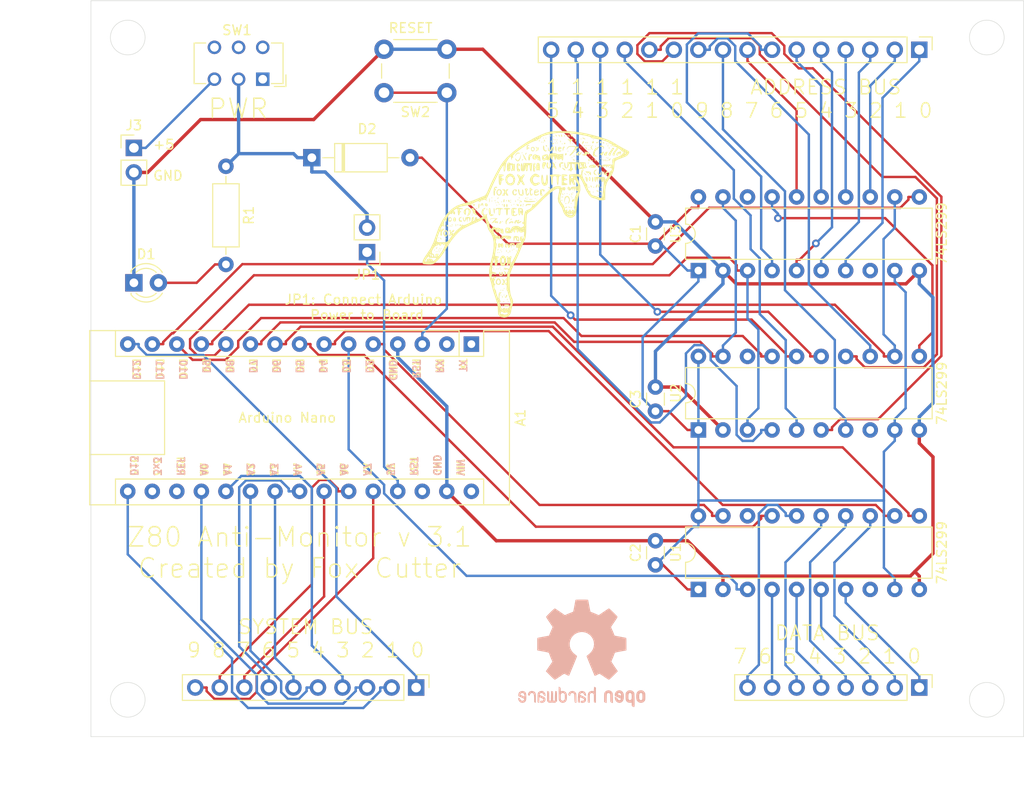
<source format=kicad_pcb>
(kicad_pcb (version 20171130) (host pcbnew "(5.1.5)-3")
  (layers (0 F.Cu signal) (31 B.Cu signal) (34 B.Paste user) (35 F.Paste user) (36 B.SilkS user) (37 F.SilkS user) (38 B.Mask user) (39 F.Mask user) (44 Edge.Cuts user))
  (net 0 "")
  (net 1 "Net-(A1-Pad1)")
  (net 2 "Net-(A1-Pad17)")
  (net 3 "Net-(A1-Pad2)")
  (net 4 "Net-(A1-Pad18)")
  (net 5 "Net-(A1-Pad3)")
  (net 6 "Net-(A1-Pad19)")
  (net 7 GND)
  (net 8 "Net-(A1-Pad20)")
  (net 9 "Net-(A1-Pad5)")
  (net 10 "Net-(A1-Pad21)")
  (net 11 "Net-(A1-Pad22)")
  (net 12 "Net-(A1-Pad7)")
  (net 13 "Net-(A1-Pad23)")
  (net 14 "Net-(A1-Pad8)")
  (net 15 "Net-(A1-Pad24)")
  (net 16 "Net-(A1-Pad9)")
  (net 17 "Net-(A1-Pad25)")
  (net 18 "Net-(A1-Pad10)")
  (net 19 "Net-(A1-Pad26)")
  (net 20 "Net-(A1-Pad11)")
  (net 21 "Net-(A1-Pad27)")
  (net 22 "Net-(A1-Pad12)")
  (net 23 "Net-(A1-Pad28)")
  (net 24 "Net-(A1-Pad13)")
  (net 25 "Net-(A1-Pad14)")
  (net 26 "Net-(A1-Pad30)")
  (net 27 "Net-(A1-Pad15)")
  (net 28 "Net-(A1-Pad16)")
  (net 29 +5V)
  (net 30 "Net-(D1-Pad2)")
  (net 31 "Net-(J1-Pad8)")
  (net 32 "Net-(J1-Pad7)")
  (net 33 "Net-(J1-Pad6)")
  (net 34 "Net-(J1-Pad5)")
  (net 35 "Net-(J1-Pad4)")
  (net 36 "Net-(J1-Pad3)")
  (net 37 "Net-(J1-Pad2)")
  (net 38 "Net-(J1-Pad1)")
  (net 39 "Net-(J2-Pad16)")
  (net 40 "Net-(J2-Pad15)")
  (net 41 "Net-(J2-Pad14)")
  (net 42 "Net-(J2-Pad13)")
  (net 43 "Net-(J2-Pad12)")
  (net 44 "Net-(J2-Pad11)")
  (net 45 "Net-(J2-Pad10)")
  (net 46 "Net-(J2-Pad9)")
  (net 47 "Net-(J2-Pad8)")
  (net 48 "Net-(J2-Pad7)")
  (net 49 "Net-(J2-Pad6)")
  (net 50 "Net-(J2-Pad5)")
  (net 51 "Net-(J2-Pad4)")
  (net 52 "Net-(J2-Pad3)")
  (net 53 "Net-(J2-Pad2)")
  (net 54 "Net-(J2-Pad1)")
  (net 55 "Net-(J3-Pad1)")
  (net 56 "Net-(SW1-Pad1)")
  (net 57 "Net-(U1-Pad18)")
  (net 58 "Net-(U1-Pad8)")
  (net 59 "Net-(U2-Pad18)")
  (net 60 "Net-(U2-Pad8)")
  (net 61 "Net-(U2-Pad11)")
  (net 62 "Net-(U3-Pad18)")
  (net 63 "Net-(U3-Pad8)")
  (net 64 "Net-(A1-Pad6)")
  (net 65 VCC)
  (module "Private_lib:Fox Logo" (layer F.Cu) (at 151.765 88.011)
    (fp_text reference G*** hide)
    (fp_text value LOGO hide)
  )
  (module Symbol:OSHW-Logo2_14.6x12mm_SilkScreen (layer B.Cu) (at 157.48 132.08 180)
    (fp_text reference REF** hide)
    (fp_text value OSHW-Logo2_14.6x12mm_SilkScreen hide)
  )
  (module Diode_THT:D_A-405_P10.16mm_Horizontal (layer F.Cu) (at 129.54 80.772)
    (fp_text reference D2 (at 5.715 -2.97) (layer F.SilkS))
    (fp_text value DIODE)
    (pad 1 thru_hole rect (at 0 0) (size 1.8 1.8) (drill 0.9) (layers *.Cu *.Mask) (net 29 +5V))
    (pad 2 thru_hole oval (at 10.16 0) (size 1.8 1.8) (drill 0.9) (layers *.Cu *.Mask) (net 65 VCC))
  )
  (module Resistor_THT:R_Axial_DIN0207_L6.3mm_D2.5mm_P10.16mm_Horizontal (layer F.Cu) (at 120.65 81.661 270)
    (fp_text reference R1 (at 5.08 -2.37 90) (layer F.SilkS))
    (fp_text value 10k)
    (pad 1 thru_hole circle (at 0 0 270) (size 1.6 1.6) (drill 0.8) (layers *.Cu *.Mask) (net 29 +5V))
    (pad 2 thru_hole oval (at 10.16 0 270) (size 1.6 1.6) (drill 0.8) (layers *.Cu *.Mask) (net 30 "Net-(D1-Pad2)"))
  )
  (module Package_DIP:DIP-20_W7.62mm (layer F.Cu) (at 169.545 125.476 90)
    (fp_text reference U1 (at 3.81 -2.33 90) (layer F.SilkS))
    (fp_text value 74LS299 (at 3.81 25.19 90) (layer F.SilkS))
    (pad 20 thru_hole oval (at 7.62 0 90) (size 1.6 1.6) (drill 0.8) (layers *.Cu *.Mask) (net 65 VCC))
    (pad 10 thru_hole oval (at 0 22.86 90) (size 1.6 1.6) (drill 0.8) (layers *.Cu *.Mask) (net 7 GND))
    (pad 19 thru_hole oval (at 7.62 2.54 90) (size 1.6 1.6) (drill 0.8) (layers *.Cu *.Mask) (net 9 "Net-(A1-Pad5)"))
    (pad 9 thru_hole oval (at 0 20.32 90) (size 1.6 1.6) (drill 0.8) (layers *.Cu *.Mask) (net 65 VCC))
    (pad 18 thru_hole oval (at 7.62 5.08 90) (size 1.6 1.6) (drill 0.8) (layers *.Cu *.Mask) (net 57 "Net-(U1-Pad18)"))
    (pad 8 thru_hole oval (at 0 17.78 90) (size 1.6 1.6) (drill 0.8) (layers *.Cu *.Mask) (net 58 "Net-(U1-Pad8)"))
    (pad 17 thru_hole oval (at 7.62 7.62 90) (size 1.6 1.6) (drill 0.8) (layers *.Cu *.Mask) (net 14 "Net-(A1-Pad8)"))
    (pad 7 thru_hole oval (at 0 15.24 90) (size 1.6 1.6) (drill 0.8) (layers *.Cu *.Mask) (net 38 "Net-(J1-Pad1)"))
    (pad 16 thru_hole oval (at 7.62 10.16 90) (size 1.6 1.6) (drill 0.8) (layers *.Cu *.Mask) (net 31 "Net-(J1-Pad8)"))
    (pad 6 thru_hole oval (at 0 12.7 90) (size 1.6 1.6) (drill 0.8) (layers *.Cu *.Mask) (net 36 "Net-(J1-Pad3)"))
    (pad 15 thru_hole oval (at 7.62 12.7 90) (size 1.6 1.6) (drill 0.8) (layers *.Cu *.Mask) (net 33 "Net-(J1-Pad6)"))
    (pad 5 thru_hole oval (at 0 10.16 90) (size 1.6 1.6) (drill 0.8) (layers *.Cu *.Mask) (net 34 "Net-(J1-Pad5)"))
    (pad 14 thru_hole oval (at 7.62 15.24 90) (size 1.6 1.6) (drill 0.8) (layers *.Cu *.Mask) (net 35 "Net-(J1-Pad4)"))
    (pad 4 thru_hole oval (at 0 7.62 90) (size 1.6 1.6) (drill 0.8) (layers *.Cu *.Mask) (net 32 "Net-(J1-Pad7)"))
    (pad 13 thru_hole oval (at 7.62 17.78 90) (size 1.6 1.6) (drill 0.8) (layers *.Cu *.Mask) (net 37 "Net-(J1-Pad2)"))
    (pad 3 thru_hole oval (at 0 5.08 90) (size 1.6 1.6) (drill 0.8) (layers *.Cu *.Mask) (net 64 "Net-(A1-Pad6)"))
    (pad 12 thru_hole oval (at 7.62 20.32 90) (size 1.6 1.6) (drill 0.8) (layers *.Cu *.Mask) (net 12 "Net-(A1-Pad7)"))
    (pad 2 thru_hole oval (at 0 2.54 90) (size 1.6 1.6) (drill 0.8) (layers *.Cu *.Mask) (net 7 GND))
    (pad 11 thru_hole oval (at 7.62 22.86 90) (size 1.6 1.6) (drill 0.8) (layers *.Cu *.Mask) (net 16 "Net-(A1-Pad9)"))
    (pad 1 thru_hole rect (at 0 0 90) (size 1.6 1.6) (drill 0.8) (layers *.Cu *.Mask) (net 65 VCC))
  )
  (module Package_DIP:DIP-20_W7.62mm (layer F.Cu) (at 169.545 108.966 90)
    (fp_text reference U2 (at 3.81 -2.33 90) (layer F.SilkS))
    (fp_text value 74LS299 (at 3.81 25.19 90) (layer F.SilkS))
    (pad 1 thru_hole rect (at 0 0 90) (size 1.6 1.6) (drill 0.8) (layers *.Cu *.Mask) (net 65 VCC))
    (pad 11 thru_hole oval (at 7.62 22.86 90) (size 1.6 1.6) (drill 0.8) (layers *.Cu *.Mask) (net 61 "Net-(U2-Pad11)"))
    (pad 2 thru_hole oval (at 0 2.54 90) (size 1.6 1.6) (drill 0.8) (layers *.Cu *.Mask) (net 7 GND))
    (pad 12 thru_hole oval (at 7.62 20.32 90) (size 1.6 1.6) (drill 0.8) (layers *.Cu *.Mask) (net 22 "Net-(A1-Pad12)"))
    (pad 3 thru_hole oval (at 0 5.08 90) (size 1.6 1.6) (drill 0.8) (layers *.Cu *.Mask) (net 20 "Net-(A1-Pad11)"))
    (pad 13 thru_hole oval (at 7.62 17.78 90) (size 1.6 1.6) (drill 0.8) (layers *.Cu *.Mask) (net 45 "Net-(J2-Pad10)"))
    (pad 4 thru_hole oval (at 0 7.62 90) (size 1.6 1.6) (drill 0.8) (layers *.Cu *.Mask) (net 40 "Net-(J2-Pad15)"))
    (pad 14 thru_hole oval (at 7.62 15.24 90) (size 1.6 1.6) (drill 0.8) (layers *.Cu *.Mask) (net 43 "Net-(J2-Pad12)"))
    (pad 5 thru_hole oval (at 0 10.16 90) (size 1.6 1.6) (drill 0.8) (layers *.Cu *.Mask) (net 42 "Net-(J2-Pad13)"))
    (pad 15 thru_hole oval (at 7.62 12.7 90) (size 1.6 1.6) (drill 0.8) (layers *.Cu *.Mask) (net 41 "Net-(J2-Pad14)"))
    (pad 6 thru_hole oval (at 0 12.7 90) (size 1.6 1.6) (drill 0.8) (layers *.Cu *.Mask) (net 44 "Net-(J2-Pad11)"))
    (pad 16 thru_hole oval (at 7.62 10.16 90) (size 1.6 1.6) (drill 0.8) (layers *.Cu *.Mask) (net 39 "Net-(J2-Pad16)"))
    (pad 7 thru_hole oval (at 0 15.24 90) (size 1.6 1.6) (drill 0.8) (layers *.Cu *.Mask) (net 46 "Net-(J2-Pad9)"))
    (pad 17 thru_hole oval (at 7.62 7.62 90) (size 1.6 1.6) (drill 0.8) (layers *.Cu *.Mask) (net 24 "Net-(A1-Pad13)"))
    (pad 8 thru_hole oval (at 0 17.78 90) (size 1.6 1.6) (drill 0.8) (layers *.Cu *.Mask) (net 60 "Net-(U2-Pad8)"))
    (pad 18 thru_hole oval (at 7.62 5.08 90) (size 1.6 1.6) (drill 0.8) (layers *.Cu *.Mask) (net 59 "Net-(U2-Pad18)"))
    (pad 9 thru_hole oval (at 0 20.32 90) (size 1.6 1.6) (drill 0.8) (layers *.Cu *.Mask) (net 65 VCC))
    (pad 19 thru_hole oval (at 7.62 2.54 90) (size 1.6 1.6) (drill 0.8) (layers *.Cu *.Mask) (net 18 "Net-(A1-Pad10)"))
    (pad 10 thru_hole oval (at 0 22.86 90) (size 1.6 1.6) (drill 0.8) (layers *.Cu *.Mask) (net 7 GND))
    (pad 20 thru_hole oval (at 7.62 0 90) (size 1.6 1.6) (drill 0.8) (layers *.Cu *.Mask) (net 65 VCC))
  )
  (module Package_DIP:DIP-20_W7.62mm (layer F.Cu) (at 169.545 92.456 90)
    (fp_text reference U3 (at 3.81 -2.33 90) (layer F.SilkS))
    (fp_text value 74LS299 (at 3.81 25.19 90) (layer F.SilkS))
    (pad 1 thru_hole rect (at 0 0 90) (size 1.6 1.6) (drill 0.8) (layers *.Cu *.Mask) (net 65 VCC))
    (pad 11 thru_hole oval (at 7.62 22.86 90) (size 1.6 1.6) (drill 0.8) (layers *.Cu *.Mask) (net 25 "Net-(A1-Pad14)"))
    (pad 2 thru_hole oval (at 0 2.54 90) (size 1.6 1.6) (drill 0.8) (layers *.Cu *.Mask) (net 7 GND))
    (pad 12 thru_hole oval (at 7.62 20.32 90) (size 1.6 1.6) (drill 0.8) (layers *.Cu *.Mask) (net 22 "Net-(A1-Pad12)"))
    (pad 3 thru_hole oval (at 0 5.08 90) (size 1.6 1.6) (drill 0.8) (layers *.Cu *.Mask) (net 20 "Net-(A1-Pad11)"))
    (pad 13 thru_hole oval (at 7.62 17.78 90) (size 1.6 1.6) (drill 0.8) (layers *.Cu *.Mask) (net 53 "Net-(J2-Pad2)"))
    (pad 4 thru_hole oval (at 0 7.62 90) (size 1.6 1.6) (drill 0.8) (layers *.Cu *.Mask) (net 48 "Net-(J2-Pad7)"))
    (pad 14 thru_hole oval (at 7.62 15.24 90) (size 1.6 1.6) (drill 0.8) (layers *.Cu *.Mask) (net 51 "Net-(J2-Pad4)"))
    (pad 5 thru_hole oval (at 0 10.16 90) (size 1.6 1.6) (drill 0.8) (layers *.Cu *.Mask) (net 50 "Net-(J2-Pad5)"))
    (pad 15 thru_hole oval (at 7.62 12.7 90) (size 1.6 1.6) (drill 0.8) (layers *.Cu *.Mask) (net 49 "Net-(J2-Pad6)"))
    (pad 6 thru_hole oval (at 0 12.7 90) (size 1.6 1.6) (drill 0.8) (layers *.Cu *.Mask) (net 52 "Net-(J2-Pad3)"))
    (pad 16 thru_hole oval (at 7.62 10.16 90) (size 1.6 1.6) (drill 0.8) (layers *.Cu *.Mask) (net 47 "Net-(J2-Pad8)"))
    (pad 7 thru_hole oval (at 0 15.24 90) (size 1.6 1.6) (drill 0.8) (layers *.Cu *.Mask) (net 54 "Net-(J2-Pad1)"))
    (pad 17 thru_hole oval (at 7.62 7.62 90) (size 1.6 1.6) (drill 0.8) (layers *.Cu *.Mask) (net 61 "Net-(U2-Pad11)"))
    (pad 8 thru_hole oval (at 0 17.78 90) (size 1.6 1.6) (drill 0.8) (layers *.Cu *.Mask) (net 63 "Net-(U3-Pad8)"))
    (pad 18 thru_hole oval (at 7.62 5.08 90) (size 1.6 1.6) (drill 0.8) (layers *.Cu *.Mask) (net 62 "Net-(U3-Pad18)"))
    (pad 9 thru_hole oval (at 0 20.32 90) (size 1.6 1.6) (drill 0.8) (layers *.Cu *.Mask) (net 65 VCC))
    (pad 19 thru_hole oval (at 7.62 2.54 90) (size 1.6 1.6) (drill 0.8) (layers *.Cu *.Mask) (net 18 "Net-(A1-Pad10)"))
    (pad 10 thru_hole oval (at 0 22.86 90) (size 1.6 1.6) (drill 0.8) (layers *.Cu *.Mask) (net 7 GND))
    (pad 20 thru_hole oval (at 7.62 0 90) (size 1.6 1.6) (drill 0.8) (layers *.Cu *.Mask) (net 65 VCC))
  )
  (module Button_Switch_THT:SW_PUSH_6mm_H5mm (layer F.Cu) (at 143.51 74.041 180)
    (fp_text reference SW2 (at 3.25 -2) (layer F.SilkS))
    (fp_text value RESET (at 3.75 6.7) (layer F.SilkS))
    (pad 2 thru_hole circle (at 0 4.5 270) (size 2 2) (drill 1.1) (layers *.Cu *.Mask) (net 7 GND))
    (pad 1 thru_hole circle (at 0 0 270) (size 2 2) (drill 1.1) (layers *.Cu *.Mask) (net 5 "Net-(A1-Pad3)"))
    (pad 2 thru_hole circle (at 6.5 4.5 270) (size 2 2) (drill 1.1) (layers *.Cu *.Mask) (net 7 GND))
    (pad 1 thru_hole circle (at 6.5 0 270) (size 2 2) (drill 1.1) (layers *.Cu *.Mask) (net 5 "Net-(A1-Pad3)"))
  )
  (module Button_Switch_THT:SW_CuK_JS202011CQN_DPDT_Straight (layer F.Cu) (at 124.46 72.644 180)
    (fp_text reference SW1 (at 2.667 5.08) (layer F.SilkS))
    (fp_text value SW_SPDT)
    (pad 1 thru_hole rect (at 0 0 180) (size 1.4 1.4) (drill 0.9) (layers *.Cu *.Mask) (net 56 "Net-(SW1-Pad1)"))
    (pad 2 thru_hole circle (at 2.5 0 180) (size 1.4 1.4) (drill 0.9) (layers *.Cu *.Mask) (net 29 +5V))
    (pad 3 thru_hole circle (at 5 0 180) (size 1.4 1.4) (drill 0.9) (layers *.Cu *.Mask) (net 55 "Net-(J3-Pad1)"))
    (pad 4 thru_hole circle (at 0 3.3 180) (size 1.4 1.4) (drill 0.9) (layers *.Cu *.Mask))
    (pad 5 thru_hole circle (at 2.5 3.3 180) (size 1.4 1.4) (drill 0.9) (layers *.Cu *.Mask))
    (pad 6 thru_hole circle (at 5 3.3 180) (size 1.4 1.4) (drill 0.9) (layers *.Cu *.Mask))
  )
  (module Connector_PinHeader_2.54mm:PinHeader_1x02_P2.54mm_Vertical (layer F.Cu) (at 135.255 90.551 180)
    (fp_text reference JP1 (at 0 -2.33) (layer F.SilkS))
    (fp_text value "PWR Connection")
    (pad 1 thru_hole rect (at 0 0 180) (size 1.7 1.7) (drill 1) (layers *.Cu *.Mask) (net 21 "Net-(A1-Pad27)"))
    (pad 2 thru_hole oval (at 0 2.54 180) (size 1.7 1.7) (drill 1) (layers *.Cu *.Mask) (net 29 +5V))
  )
  (module Connector_PinHeader_2.54mm:PinHeader_1x10_P2.54mm_Vertical (layer F.Cu) (at 140.335 135.636 270)
    (fp_text reference J4 hide)
    (fp_text value "System Bus")
    (pad 10 thru_hole oval (at 0 22.86 270) (size 1.7 1.7) (drill 1) (layers *.Cu *.Mask) (net 19 "Net-(A1-Pad26)"))
    (pad 9 thru_hole oval (at 0 20.32 270) (size 1.7 1.7) (drill 1) (layers *.Cu *.Mask) (net 17 "Net-(A1-Pad25)"))
    (pad 8 thru_hole oval (at 0 17.78 270) (size 1.7 1.7) (drill 1) (layers *.Cu *.Mask) (net 15 "Net-(A1-Pad24)"))
    (pad 7 thru_hole oval (at 0 15.24 270) (size 1.7 1.7) (drill 1) (layers *.Cu *.Mask) (net 13 "Net-(A1-Pad23)"))
    (pad 6 thru_hole oval (at 0 12.7 270) (size 1.7 1.7) (drill 1) (layers *.Cu *.Mask) (net 11 "Net-(A1-Pad22)"))
    (pad 5 thru_hole oval (at 0 10.16 270) (size 1.7 1.7) (drill 1) (layers *.Cu *.Mask) (net 10 "Net-(A1-Pad21)"))
    (pad 4 thru_hole oval (at 0 7.62 270) (size 1.7 1.7) (drill 1) (layers *.Cu *.Mask) (net 8 "Net-(A1-Pad20)"))
    (pad 3 thru_hole oval (at 0 5.08 270) (size 1.7 1.7) (drill 1) (layers *.Cu *.Mask) (net 6 "Net-(A1-Pad19)"))
    (pad 2 thru_hole oval (at 0 2.54 270) (size 1.7 1.7) (drill 1) (layers *.Cu *.Mask) (net 28 "Net-(A1-Pad16)"))
    (pad 1 thru_hole rect (at 0 0 270) (size 1.7 1.7) (drill 1) (layers *.Cu *.Mask) (net 27 "Net-(A1-Pad15)"))
  )
  (module Connector_PinHeader_2.54mm:PinHeader_1x02_P2.54mm_Vertical (layer F.Cu) (at 111.125 79.756)
    (fp_text reference J3 (at 0 -2.33) (layer F.SilkS))
    (fp_text value PWR)
    (pad 1 thru_hole rect (at 0 0) (size 1.7 1.7) (drill 1) (layers *.Cu *.Mask) (net 55 "Net-(J3-Pad1)"))
    (pad 2 thru_hole oval (at 0 2.54) (size 1.7 1.7) (drill 1) (layers *.Cu *.Mask) (net 7 GND))
  )
  (module Connector_PinHeader_2.54mm:PinHeader_1x16_P2.54mm_Vertical (layer F.Cu) (at 192.405 69.596 270)
    (fp_text reference J2 hide)
    (fp_text value "Address Bus")
    (pad 1 thru_hole rect (at 0 0 270) (size 1.7 1.7) (drill 1) (layers *.Cu *.Mask) (net 54 "Net-(J2-Pad1)"))
    (pad 2 thru_hole oval (at 0 2.54 270) (size 1.7 1.7) (drill 1) (layers *.Cu *.Mask) (net 53 "Net-(J2-Pad2)"))
    (pad 3 thru_hole oval (at 0 5.08 270) (size 1.7 1.7) (drill 1) (layers *.Cu *.Mask) (net 52 "Net-(J2-Pad3)"))
    (pad 4 thru_hole oval (at 0 7.62 270) (size 1.7 1.7) (drill 1) (layers *.Cu *.Mask) (net 51 "Net-(J2-Pad4)"))
    (pad 5 thru_hole oval (at 0 10.16 270) (size 1.7 1.7) (drill 1) (layers *.Cu *.Mask) (net 50 "Net-(J2-Pad5)"))
    (pad 6 thru_hole oval (at 0 12.7 270) (size 1.7 1.7) (drill 1) (layers *.Cu *.Mask) (net 49 "Net-(J2-Pad6)"))
    (pad 7 thru_hole oval (at 0 15.24 270) (size 1.7 1.7) (drill 1) (layers *.Cu *.Mask) (net 48 "Net-(J2-Pad7)"))
    (pad 8 thru_hole oval (at 0 17.78 270) (size 1.7 1.7) (drill 1) (layers *.Cu *.Mask) (net 47 "Net-(J2-Pad8)"))
    (pad 9 thru_hole oval (at 0 20.32 270) (size 1.7 1.7) (drill 1) (layers *.Cu *.Mask) (net 46 "Net-(J2-Pad9)"))
    (pad 10 thru_hole oval (at 0 22.86 270) (size 1.7 1.7) (drill 1) (layers *.Cu *.Mask) (net 45 "Net-(J2-Pad10)"))
    (pad 11 thru_hole oval (at 0 25.4 270) (size 1.7 1.7) (drill 1) (layers *.Cu *.Mask) (net 44 "Net-(J2-Pad11)"))
    (pad 12 thru_hole oval (at 0 27.94 270) (size 1.7 1.7) (drill 1) (layers *.Cu *.Mask) (net 43 "Net-(J2-Pad12)"))
    (pad 13 thru_hole oval (at 0 30.48 270) (size 1.7 1.7) (drill 1) (layers *.Cu *.Mask) (net 42 "Net-(J2-Pad13)"))
    (pad 14 thru_hole oval (at 0 33.02 270) (size 1.7 1.7) (drill 1) (layers *.Cu *.Mask) (net 41 "Net-(J2-Pad14)"))
    (pad 15 thru_hole oval (at 0 35.56 270) (size 1.7 1.7) (drill 1) (layers *.Cu *.Mask) (net 40 "Net-(J2-Pad15)"))
    (pad 16 thru_hole oval (at 0 38.1 270) (size 1.7 1.7) (drill 1) (layers *.Cu *.Mask) (net 39 "Net-(J2-Pad16)"))
  )
  (module Connector_PinHeader_2.54mm:PinHeader_1x08_P2.54mm_Vertical (layer F.Cu) (at 192.405 135.636 270)
    (fp_text reference J1 hide)
    (fp_text value "Data Bus")
    (pad 8 thru_hole oval (at 0 17.78 270) (size 1.7 1.7) (drill 1) (layers *.Cu *.Mask) (net 31 "Net-(J1-Pad8)"))
    (pad 7 thru_hole oval (at 0 15.24 270) (size 1.7 1.7) (drill 1) (layers *.Cu *.Mask) (net 32 "Net-(J1-Pad7)"))
    (pad 6 thru_hole oval (at 0 12.7 270) (size 1.7 1.7) (drill 1) (layers *.Cu *.Mask) (net 33 "Net-(J1-Pad6)"))
    (pad 5 thru_hole oval (at 0 10.16 270) (size 1.7 1.7) (drill 1) (layers *.Cu *.Mask) (net 34 "Net-(J1-Pad5)"))
    (pad 4 thru_hole oval (at 0 7.62 270) (size 1.7 1.7) (drill 1) (layers *.Cu *.Mask) (net 35 "Net-(J1-Pad4)"))
    (pad 3 thru_hole oval (at 0 5.08 270) (size 1.7 1.7) (drill 1) (layers *.Cu *.Mask) (net 36 "Net-(J1-Pad3)"))
    (pad 2 thru_hole oval (at 0 2.54 270) (size 1.7 1.7) (drill 1) (layers *.Cu *.Mask) (net 37 "Net-(J1-Pad2)"))
    (pad 1 thru_hole rect (at 0 0 270) (size 1.7 1.7) (drill 1) (layers *.Cu *.Mask) (net 38 "Net-(J1-Pad1)"))
  )
  (module LED_THT:LED_D3.0mm (layer F.Cu) (at 111.125 93.726)
    (fp_text reference D1 (at 1.27 -2.96) (layer F.SilkS))
    (fp_text value LED)
    (pad 1 thru_hole rect (at 0 0) (size 1.8 1.8) (drill 0.9) (layers *.Cu *.Mask) (net 7 GND))
    (pad 2 thru_hole circle (at 2.54 0) (size 1.8 1.8) (drill 0.9) (layers *.Cu *.Mask) (net 30 "Net-(D1-Pad2)"))
  )
  (module Capacitor_THT:C_Disc_D3.0mm_W1.6mm_P2.50mm (layer F.Cu) (at 165.1 107.021 90)
    (fp_text reference C3 (at 1.25 -2.05 90) (layer F.SilkS))
    (fp_text value C_Small)
    (pad 1 thru_hole circle (at 0 0 90) (size 1.6 1.6) (drill 0.8) (layers *.Cu *.Mask) (net 65 VCC))
    (pad 2 thru_hole circle (at 2.5 0 90) (size 1.6 1.6) (drill 0.8) (layers *.Cu *.Mask) (net 7 GND))
  )
  (module Capacitor_THT:C_Disc_D3.0mm_W1.6mm_P2.50mm (layer F.Cu) (at 165.1 122.936 90)
    (fp_text reference C2 (at 1.25 -2.05 90) (layer F.SilkS))
    (fp_text value C_Small)
    (pad 2 thru_hole circle (at 2.5 0 90) (size 1.6 1.6) (drill 0.8) (layers *.Cu *.Mask) (net 7 GND))
    (pad 1 thru_hole circle (at 0 0 90) (size 1.6 1.6) (drill 0.8) (layers *.Cu *.Mask) (net 65 VCC))
  )
  (module Capacitor_THT:C_Disc_D3.0mm_W1.6mm_P2.50mm (layer F.Cu) (at 165.1 89.916 90)
    (fp_text reference C1 (at 1.25 -2.05 90) (layer F.SilkS))
    (fp_text value C_Small)
    (pad 1 thru_hole circle (at 0 0 90) (size 1.6 1.6) (drill 0.8) (layers *.Cu *.Mask) (net 65 VCC))
    (pad 2 thru_hole circle (at 2.5 0 90) (size 1.6 1.6) (drill 0.8) (layers *.Cu *.Mask) (net 7 GND))
  )
  (module Module:Arduino_Nano (layer F.Cu) (at 146.05 100.076 270)
    (fp_text reference A1 (at 7.62 -5.08 90) (layer F.SilkS))
    (fp_text value Arduino_Nano_v2.x)
    (pad 16 thru_hole oval (at 15.24 35.56 270) (size 1.6 1.6) (drill 0.8) (layers *.Cu *.Mask) (net 28 "Net-(A1-Pad16)"))
    (pad 15 thru_hole oval (at 0 35.56 270) (size 1.6 1.6) (drill 0.8) (layers *.Cu *.Mask) (net 27 "Net-(A1-Pad15)"))
    (pad 30 thru_hole oval (at 15.24 0 270) (size 1.6 1.6) (drill 0.8) (layers *.Cu *.Mask) (net 26 "Net-(A1-Pad30)"))
    (pad 14 thru_hole oval (at 0 33.02 270) (size 1.6 1.6) (drill 0.8) (layers *.Cu *.Mask) (net 25 "Net-(A1-Pad14)"))
    (pad 29 thru_hole oval (at 15.24 2.54 270) (size 1.6 1.6) (drill 0.8) (layers *.Cu *.Mask) (net 7 GND))
    (pad 13 thru_hole oval (at 0 30.48 270) (size 1.6 1.6) (drill 0.8) (layers *.Cu *.Mask) (net 24 "Net-(A1-Pad13)"))
    (pad 28 thru_hole oval (at 15.24 5.08 270) (size 1.6 1.6) (drill 0.8) (layers *.Cu *.Mask) (net 23 "Net-(A1-Pad28)"))
    (pad 12 thru_hole oval (at 0 27.94 270) (size 1.6 1.6) (drill 0.8) (layers *.Cu *.Mask) (net 22 "Net-(A1-Pad12)"))
    (pad 27 thru_hole oval (at 15.24 7.62 270) (size 1.6 1.6) (drill 0.8) (layers *.Cu *.Mask) (net 21 "Net-(A1-Pad27)"))
    (pad 11 thru_hole oval (at 0 25.4 270) (size 1.6 1.6) (drill 0.8) (layers *.Cu *.Mask) (net 20 "Net-(A1-Pad11)"))
    (pad 26 thru_hole oval (at 15.24 10.16 270) (size 1.6 1.6) (drill 0.8) (layers *.Cu *.Mask) (net 19 "Net-(A1-Pad26)"))
    (pad 10 thru_hole oval (at 0 22.86 270) (size 1.6 1.6) (drill 0.8) (layers *.Cu *.Mask) (net 18 "Net-(A1-Pad10)"))
    (pad 25 thru_hole oval (at 15.24 12.7 270) (size 1.6 1.6) (drill 0.8) (layers *.Cu *.Mask) (net 17 "Net-(A1-Pad25)"))
    (pad 9 thru_hole oval (at 0 20.32 270) (size 1.6 1.6) (drill 0.8) (layers *.Cu *.Mask) (net 16 "Net-(A1-Pad9)"))
    (pad 24 thru_hole oval (at 15.24 15.24 270) (size 1.6 1.6) (drill 0.8) (layers *.Cu *.Mask) (net 15 "Net-(A1-Pad24)"))
    (pad 8 thru_hole oval (at 0 17.78 270) (size 1.6 1.6) (drill 0.8) (layers *.Cu *.Mask) (net 14 "Net-(A1-Pad8)"))
    (pad 23 thru_hole oval (at 15.24 17.78 270) (size 1.6 1.6) (drill 0.8) (layers *.Cu *.Mask) (net 13 "Net-(A1-Pad23)"))
    (pad 7 thru_hole oval (at 0 15.24 270) (size 1.6 1.6) (drill 0.8) (layers *.Cu *.Mask) (net 12 "Net-(A1-Pad7)"))
    (pad 22 thru_hole oval (at 15.24 20.32 270) (size 1.6 1.6) (drill 0.8) (layers *.Cu *.Mask) (net 11 "Net-(A1-Pad22)"))
    (pad 6 thru_hole oval (at 0 12.7 270) (size 1.6 1.6) (drill 0.8) (layers *.Cu *.Mask) (net 64 "Net-(A1-Pad6)"))
    (pad 21 thru_hole oval (at 15.24 22.86 270) (size 1.6 1.6) (drill 0.8) (layers *.Cu *.Mask) (net 10 "Net-(A1-Pad21)"))
    (pad 5 thru_hole oval (at 0 10.16 270) (size 1.6 1.6) (drill 0.8) (layers *.Cu *.Mask) (net 9 "Net-(A1-Pad5)"))
    (pad 20 thru_hole oval (at 15.24 25.4 270) (size 1.6 1.6) (drill 0.8) (layers *.Cu *.Mask) (net 8 "Net-(A1-Pad20)"))
    (pad 4 thru_hole oval (at 0 7.62 270) (size 1.6 1.6) (drill 0.8) (layers *.Cu *.Mask) (net 7 GND))
    (pad 19 thru_hole oval (at 15.24 27.94 270) (size 1.6 1.6) (drill 0.8) (layers *.Cu *.Mask) (net 6 "Net-(A1-Pad19)"))
    (pad 3 thru_hole oval (at 0 5.08 270) (size 1.6 1.6) (drill 0.8) (layers *.Cu *.Mask) (net 5 "Net-(A1-Pad3)"))
    (pad 18 thru_hole oval (at 15.24 30.48 270) (size 1.6 1.6) (drill 0.8) (layers *.Cu *.Mask) (net 4 "Net-(A1-Pad18)"))
    (pad 2 thru_hole oval (at 0 2.54 270) (size 1.6 1.6) (drill 0.8) (layers *.Cu *.Mask) (net 3 "Net-(A1-Pad2)"))
    (pad 17 thru_hole oval (at 15.24 33.02 270) (size 1.6 1.6) (drill 0.8) (layers *.Cu *.Mask) (net 2 "Net-(A1-Pad17)"))
    (pad 1 thru_hole rect (at 0 0 270) (size 1.6 1.6) (drill 0.8) (layers *.Cu *.Mask) (net 1 "Net-(A1-Pad1)"))
  )
  (gr_text "VIN\n\nGND\n\nRST\n\n5V\n\nA7\n\nA6\n\nA5\n\nA4\n\nA3\n\nA2\n\nA1\n\nA0\n\nREF\n\n3x3\n\nD13" (at 128.016 113.792 270) (layer B.SilkS) (effects (font (size 0.7493 0.7112)) (justify left mirror)))
  (gr_text "TX\n\nRX\n\nRST\n\nGND\n\nD2\n\nD3\n\nD4\n\nD5\n\nD6\n\nD7\n\nD8\n\nD9\n\nD10\n\nD11\n\nD12" (at 128.27 101.6 270) (layer B.SilkS) (effects (font (size 0.7493 0.7112)) (justify right mirror)))
  (gr_text "VIN\n\nGND\n\nRST\n\n5V\n\nA7\n\nA6\n\nA5\n\nA4\n\nA3\n\nA2\n\nA1\n\nA0\n\nREF\n\n3x3\n\nD13" (at 128.016 113.792 270) (layer F.SilkS) (effects (font (size 0.7493 0.7112)) (justify right)))
  (gr_text "TX\n\nRX\n\nRST\n\nGND\n\nD2\n\nD3\n\nD4\n\nD5\n\nD6\n\nD7\n\nD8\n\nD9\n\nD10\n\nD11\n\nD12" (at 128.27 101.473 270) (layer F.SilkS) (effects (font (size 0.7493 0.7112)) (justify left)))
  (gr_line (start 114.3 111.506) (end 106.553 111.506) (layer F.SilkS) (width 0.12))
  (gr_line (start 114.3 103.886) (end 114.3 111.506) (layer F.SilkS) (width 0.12))
  (gr_line (start 106.553 103.886) (end 114.3 103.886) (layer F.SilkS) (width 0.12))
  (gr_text "Z80 Anti-Monitor v 3.1\nCreated by Fox Cutter" (at 128.27 121.666) (layer F.SilkS) (effects (font (size 2 2))))
  (gr_text "Arduino Nano" (at 127 107.696) (layer F.SilkS) (effects (font (size 1 1))))
  (gr_text PWR (at 121.92 75.692) (layer F.SilkS) (effects (font (size 2 2))))
  (gr_circle (center 199.39 68.326) (end 200.66 69.596) (layer Edge.Cuts) (width 0.05))
  (gr_circle (center 110.49 68.326) (end 111.76 69.596) (layer Edge.Cuts) (width 0.05))
  (gr_circle (center 110.49 136.906) (end 111.76 138.176) (layer Edge.Cuts) (width 0.05))
  (gr_circle (center 199.39 136.906) (end 200.66 138.176) (layer Edge.Cuts) (width 0.05))
  (gr_text "JP1: Connect Arduino \nPower to Board" (at 135.255 96.266) (layer F.SilkS) (effects (font (size 1 1))))
  (gr_text "+5\n\nGND" (at 113.03 81.026) (layer F.SilkS) (effects (font (size 1 1)) (justify left)))
  (gr_text "1 1 1 1 1 1      ADDRESS BUS\n5 4 3 2 1 0 9 8 7 6 5 4 3 2 1 0" (at 153.67 74.676) (layer F.SilkS) (effects (font (size 1.5 1.5)) (justify left)))
  (gr_text "SYSTEM BUS\n9 8 7 6 5 4 3 2 1 0" (at 128.905 130.556) (layer F.SilkS) (effects (font (size 1.5 1.5))))
  (gr_text "DATA BUS\n7 6 5 4 3 2 1 0" (at 182.88 131.191) (layer F.SilkS) (effects (font (size 1.5 1.5))))
  (gr_line (start 106.68 140.716) (end 203.2 140.716) (layer Edge.Cuts) (width 0.05))
  (gr_line (start 106.68 64.516) (end 106.68 140.716) (layer Edge.Cuts) (width 0.05))
  (gr_line (start 203.2 64.516) (end 203.2 140.716) (layer Edge.Cuts) (width 0.05))
  (gr_line (start 106.68 64.516) (end 203.2 64.516) (layer Edge.Cuts) (width 0.05))
  (segment (start 137.01 74.041) (end 143.51 74.041) (width 0.25) (layer F.Cu) (net 5))
  (segment (start 140.97 100.076) (end 140.97 98.9507) (width 0.25) (layer B.Cu) (net 5))
  (segment (start 140.97 98.9507) (end 143.51 96.4107) (width 0.25) (layer B.Cu) (net 5))
  (segment (start 143.51 96.4107) (end 143.51 74.041) (width 0.25) (layer B.Cu) (net 5))
  (segment (start 135.255 135.636) (end 134.0797 135.636) (width 0.25) (layer B.Cu) (net 6))
  (segment (start 118.11 115.316) (end 118.11 116.4413) (width 0.25) (layer B.Cu) (net 6))
  (segment (start 118.11 116.4413) (end 118.11 128.5953) (width 0.25) (layer B.Cu) (net 6))
  (segment (start 118.11 128.5953) (end 123.8518 134.3371) (width 0.25) (layer B.Cu) (net 6))
  (segment (start 123.8518 134.3371) (end 123.8518 136.1278) (width 0.25) (layer B.Cu) (net 6))
  (segment (start 123.8518 136.1278) (end 125.0278 137.3038) (width 0.25) (layer B.Cu) (net 6))
  (segment (start 125.0278 137.3038) (end 132.7792 137.3038) (width 0.25) (layer B.Cu) (net 6))
  (segment (start 132.7792 137.3038) (end 134.0797 136.0033) (width 0.25) (layer B.Cu) (net 6))
  (segment (start 134.0797 136.0033) (end 134.0797 135.636) (width 0.25) (layer B.Cu) (net 6))
  (segment (start 192.405 92.456) (end 191.0284 93.8326) (width 0.35) (layer F.Cu) (net 7))
  (segment (start 191.0284 93.8326) (end 173.4616 93.8326) (width 0.35) (layer F.Cu) (net 7))
  (segment (start 173.4616 93.8326) (end 172.085 92.456) (width 0.35) (layer F.Cu) (net 7))
  (segment (start 192.405 92.456) (end 192.405 93.8313) (width 0.35) (layer B.Cu) (net 7))
  (segment (start 192.405 108.966) (end 192.405 107.5907) (width 0.35) (layer B.Cu) (net 7))
  (segment (start 192.405 107.5907) (end 193.814 106.1817) (width 0.35) (layer B.Cu) (net 7))
  (segment (start 193.814 106.1817) (end 193.814 95.2403) (width 0.35) (layer B.Cu) (net 7))
  (segment (start 193.814 95.2403) (end 192.405 93.8313) (width 0.35) (layer B.Cu) (net 7))
  (segment (start 172.085 92.456) (end 172.085 93.8313) (width 0.35) (layer B.Cu) (net 7))
  (segment (start 172.085 92.456) (end 167.045 87.416) (width 0.35) (layer B.Cu) (net 7))
  (segment (start 167.045 87.416) (end 165.1 87.416) (width 0.35) (layer B.Cu) (net 7))
  (segment (start 165.1 104.521) (end 165.1 100.8163) (width 0.35) (layer B.Cu) (net 7))
  (segment (start 165.1 100.8163) (end 172.085 93.8313) (width 0.35) (layer B.Cu) (net 7))
  (segment (start 191.9367 123.6324) (end 191.4684 124.1007) (width 0.35) (layer F.Cu) (net 7))
  (segment (start 191.4684 124.1007) (end 172.085 124.1007) (width 0.35) (layer F.Cu) (net 7))
  (segment (start 192.405 110.3413) (end 193.8197 111.756) (width 0.35) (layer F.Cu) (net 7))
  (segment (start 193.8197 111.756) (end 193.8197 121.7494) (width 0.35) (layer F.Cu) (net 7))
  (segment (start 193.8197 121.7494) (end 191.9367 123.6324) (width 0.35) (layer F.Cu) (net 7))
  (segment (start 191.9367 123.6324) (end 192.405 124.1007) (width 0.35) (layer F.Cu) (net 7))
  (segment (start 192.405 108.966) (end 192.405 110.3413) (width 0.35) (layer F.Cu) (net 7))
  (segment (start 192.405 125.476) (end 192.405 124.1007) (width 0.35) (layer F.Cu) (net 7))
  (segment (start 165.1 120.436) (end 168.4203 120.436) (width 0.35) (layer F.Cu) (net 7))
  (segment (start 168.4203 120.436) (end 172.085 124.1007) (width 0.35) (layer F.Cu) (net 7))
  (segment (start 137.01 69.541) (end 143.51 69.541) (width 0.35) (layer B.Cu) (net 7))
  (segment (start 165.1 87.416) (end 147.225 69.541) (width 0.35) (layer F.Cu) (net 7))
  (segment (start 147.225 69.541) (end 143.51 69.541) (width 0.35) (layer F.Cu) (net 7))
  (segment (start 172.085 125.476) (end 172.085 124.1007) (width 0.35) (layer F.Cu) (net 7))
  (segment (start 143.51 115.316) (end 148.63 120.436) (width 0.35) (layer F.Cu) (net 7))
  (segment (start 148.63 120.436) (end 165.1 120.436) (width 0.35) (layer F.Cu) (net 7))
  (segment (start 165.1 104.521) (end 167.64 104.521) (width 0.35) (layer F.Cu) (net 7))
  (segment (start 167.64 104.521) (end 172.085 108.966) (width 0.35) (layer F.Cu) (net 7))
  (segment (start 112.5503 82.296) (end 118.0278 76.8185) (width 0.35) (layer F.Cu) (net 7))
  (segment (start 118.0278 76.8185) (end 129.7325 76.8185) (width 0.35) (layer F.Cu) (net 7))
  (segment (start 129.7325 76.8185) (end 137.01 69.541) (width 0.35) (layer F.Cu) (net 7))
  (segment (start 111.125 82.296) (end 112.5503 82.296) (width 0.35) (layer F.Cu) (net 7))
  (segment (start 111.125 93.726) (end 111.125 82.296) (width 0.35) (layer B.Cu) (net 7))
  (segment (start 138.43 100.076) (end 138.43 101.4513) (width 0.35) (layer B.Cu) (net 7))
  (segment (start 138.43 101.4513) (end 143.51 106.5313) (width 0.35) (layer B.Cu) (net 7))
  (segment (start 143.51 106.5313) (end 143.51 115.316) (width 0.35) (layer B.Cu) (net 7))
  (segment (start 132.715 135.636) (end 132.715 134.4607) (width 0.25) (layer B.Cu) (net 8))
  (segment (start 120.65 115.316) (end 122.2425 113.7235) (width 0.25) (layer B.Cu) (net 8))
  (segment (start 122.2425 113.7235) (end 128.3028 113.7235) (width 0.25) (layer B.Cu) (net 8))
  (segment (start 128.3028 113.7235) (end 129.54 114.9607) (width 0.25) (layer B.Cu) (net 8))
  (segment (start 129.54 114.9607) (end 129.54 131.2857) (width 0.25) (layer B.Cu) (net 8))
  (segment (start 129.54 131.2857) (end 132.715 134.4607) (width 0.25) (layer B.Cu) (net 8))
  (segment (start 172.085 117.856) (end 170.9597 117.856) (width 0.25) (layer F.Cu) (net 9))
  (segment (start 135.89 100.076) (end 137.0153 100.076) (width 0.25) (layer F.Cu) (net 9))
  (segment (start 137.0153 100.076) (end 137.0153 100.6386) (width 0.25) (layer F.Cu) (net 9))
  (segment (start 137.0153 100.6386) (end 153.1074 116.7307) (width 0.25) (layer F.Cu) (net 9))
  (segment (start 153.1074 116.7307) (end 170.1158 116.7307) (width 0.25) (layer F.Cu) (net 9))
  (segment (start 170.1158 116.7307) (end 170.9597 117.5746) (width 0.25) (layer F.Cu) (net 9))
  (segment (start 170.9597 117.5746) (end 170.9597 117.856) (width 0.25) (layer F.Cu) (net 9))
  (segment (start 130.175 135.636) (end 128.9997 135.636) (width 0.25) (layer B.Cu) (net 10))
  (segment (start 123.19 115.316) (end 123.19 131.8308) (width 0.25) (layer B.Cu) (net 10))
  (segment (start 123.19 131.8308) (end 126.365 135.0058) (width 0.25) (layer B.Cu) (net 10))
  (segment (start 126.365 135.0058) (end 126.365 136.1133) (width 0.25) (layer B.Cu) (net 10))
  (segment (start 126.365 136.1133) (end 127.063 136.8113) (width 0.25) (layer B.Cu) (net 10))
  (segment (start 127.063 136.8113) (end 128.1918 136.8113) (width 0.25) (layer B.Cu) (net 10))
  (segment (start 128.1918 136.8113) (end 128.9997 136.0034) (width 0.25) (layer B.Cu) (net 10))
  (segment (start 128.9997 136.0034) (end 128.9997 135.636) (width 0.25) (layer B.Cu) (net 10))
  (segment (start 127.635 135.636) (end 127.635 134.4607) (width 0.25) (layer B.Cu) (net 11))
  (segment (start 125.73 115.316) (end 125.73 132.5557) (width 0.25) (layer B.Cu) (net 11))
  (segment (start 125.73 132.5557) (end 127.635 134.4607) (width 0.25) (layer B.Cu) (net 11))
  (segment (start 131.9353 100.076) (end 131.9353 99.7947) (width 0.25) (layer F.Cu) (net 12))
  (segment (start 131.9353 99.7947) (end 133.004 98.726) (width 0.25) (layer F.Cu) (net 12))
  (segment (start 133.004 98.726) (end 154.054 98.726) (width 0.25) (layer F.Cu) (net 12))
  (segment (start 154.054 98.726) (end 172.0587 116.7307) (width 0.25) (layer F.Cu) (net 12))
  (segment (start 172.0587 116.7307) (end 187.8958 116.7307) (width 0.25) (layer F.Cu) (net 12))
  (segment (start 187.8958 116.7307) (end 188.7397 117.5746) (width 0.25) (layer F.Cu) (net 12))
  (segment (start 188.7397 117.5746) (end 188.7397 117.856) (width 0.25) (layer F.Cu) (net 12))
  (segment (start 189.865 117.856) (end 188.7397 117.856) (width 0.25) (layer F.Cu) (net 12))
  (segment (start 130.81 100.076) (end 131.9353 100.076) (width 0.25) (layer F.Cu) (net 12))
  (segment (start 125.095 135.636) (end 125.095 134.4607) (width 0.25) (layer B.Cu) (net 13))
  (segment (start 128.27 115.316) (end 127.1447 115.316) (width 0.25) (layer B.Cu) (net 13))
  (segment (start 127.1447 115.316) (end 127.1447 115.0347) (width 0.25) (layer B.Cu) (net 13))
  (segment (start 127.1447 115.0347) (end 126.2957 114.1857) (width 0.25) (layer B.Cu) (net 13))
  (segment (start 126.2957 114.1857) (end 122.7271 114.1857) (width 0.25) (layer B.Cu) (net 13))
  (segment (start 122.7271 114.1857) (end 122.0209 114.8919) (width 0.25) (layer B.Cu) (net 13))
  (segment (start 122.0209 114.8919) (end 122.0209 131.3866) (width 0.25) (layer B.Cu) (net 13))
  (segment (start 122.0209 131.3866) (end 125.095 134.4607) (width 0.25) (layer B.Cu) (net 13))
  (segment (start 177.165 117.856) (end 176.0397 117.856) (width 0.25) (layer F.Cu) (net 14))
  (segment (start 128.27 100.076) (end 129.3953 100.076) (width 0.25) (layer F.Cu) (net 14))
  (segment (start 129.3953 100.076) (end 129.3953 100.3574) (width 0.25) (layer F.Cu) (net 14))
  (segment (start 129.3953 100.3574) (end 130.2392 101.2013) (width 0.25) (layer F.Cu) (net 14))
  (segment (start 130.2392 101.2013) (end 134.9379 101.2013) (width 0.25) (layer F.Cu) (net 14))
  (segment (start 134.9379 101.2013) (end 152.7179 118.9813) (width 0.25) (layer F.Cu) (net 14))
  (segment (start 152.7179 118.9813) (end 175.1958 118.9813) (width 0.25) (layer F.Cu) (net 14))
  (segment (start 175.1958 118.9813) (end 176.0397 118.1374) (width 0.25) (layer F.Cu) (net 14))
  (segment (start 176.0397 118.1374) (end 176.0397 117.856) (width 0.25) (layer F.Cu) (net 14))
  (segment (start 130.81 115.316) (end 130.81 126.2057) (width 0.25) (layer F.Cu) (net 15))
  (segment (start 130.81 126.2057) (end 122.555 134.4607) (width 0.25) (layer F.Cu) (net 15))
  (segment (start 122.555 135.636) (end 122.555 134.4607) (width 0.25) (layer F.Cu) (net 15))
  (segment (start 126.8553 100.076) (end 126.8553 99.7947) (width 0.25) (layer F.Cu) (net 16))
  (segment (start 126.8553 99.7947) (end 128.3744 98.2756) (width 0.25) (layer F.Cu) (net 16))
  (segment (start 128.3744 98.2756) (end 154.482 98.2756) (width 0.25) (layer F.Cu) (net 16))
  (segment (start 154.482 98.2756) (end 166.9668 110.7604) (width 0.25) (layer F.Cu) (net 16))
  (segment (start 166.9668 110.7604) (end 184.4654 110.7604) (width 0.25) (layer F.Cu) (net 16))
  (segment (start 184.4654 110.7604) (end 191.2797 117.5747) (width 0.25) (layer F.Cu) (net 16))
  (segment (start 191.2797 117.5747) (end 191.2797 117.856) (width 0.25) (layer F.Cu) (net 16))
  (segment (start 192.405 117.856) (end 191.2797 117.856) (width 0.25) (layer F.Cu) (net 16))
  (segment (start 125.73 100.076) (end 126.8553 100.076) (width 0.25) (layer F.Cu) (net 16))
  (segment (start 120.015 135.636) (end 120.015 134.4607) (width 0.25) (layer F.Cu) (net 17))
  (segment (start 133.35 115.316) (end 132.2247 115.316) (width 0.25) (layer F.Cu) (net 17))
  (segment (start 132.2247 115.316) (end 132.2247 115.0347) (width 0.25) (layer F.Cu) (net 17))
  (segment (start 132.2247 115.0347) (end 131.3351 114.1451) (width 0.25) (layer F.Cu) (net 17))
  (segment (start 131.3351 114.1451) (end 130.3285 114.1451) (width 0.25) (layer F.Cu) (net 17))
  (segment (start 130.3285 114.1451) (end 129.54 114.9336) (width 0.25) (layer F.Cu) (net 17))
  (segment (start 129.54 114.9336) (end 129.54 124.9357) (width 0.25) (layer F.Cu) (net 17))
  (segment (start 129.54 124.9357) (end 120.015 134.4607) (width 0.25) (layer F.Cu) (net 17))
  (segment (start 124.3153 100.076) (end 124.3153 99.7947) (width 0.25) (layer F.Cu) (net 18))
  (segment (start 124.3153 99.7947) (end 126.2848 97.8252) (width 0.25) (layer F.Cu) (net 18))
  (segment (start 126.2848 97.8252) (end 154.6685 97.8252) (width 0.25) (layer F.Cu) (net 18))
  (segment (start 154.6685 97.8252) (end 156.6814 99.8381) (width 0.25) (layer F.Cu) (net 18))
  (segment (start 156.6814 99.8381) (end 169.7331 99.8381) (width 0.25) (layer F.Cu) (net 18))
  (segment (start 169.7331 99.8381) (end 170.9597 101.0647) (width 0.25) (layer F.Cu) (net 18))
  (segment (start 170.9597 101.0647) (end 170.9597 101.346) (width 0.25) (layer F.Cu) (net 18))
  (segment (start 172.085 85.9613) (end 173.4112 87.2875) (width 0.25) (layer B.Cu) (net 18))
  (segment (start 173.4112 87.2875) (end 173.4112 98.8945) (width 0.25) (layer B.Cu) (net 18))
  (segment (start 173.4112 98.8945) (end 172.085 100.2207) (width 0.25) (layer B.Cu) (net 18))
  (segment (start 172.085 101.346) (end 170.9597 101.346) (width 0.25) (layer F.Cu) (net 18))
  (segment (start 123.19 100.076) (end 124.3153 100.076) (width 0.25) (layer F.Cu) (net 18))
  (segment (start 172.085 84.836) (end 172.085 85.9613) (width 0.25) (layer B.Cu) (net 18))
  (segment (start 172.085 101.346) (end 172.085 100.2207) (width 0.25) (layer B.Cu) (net 18))
  (segment (start 117.475 135.636) (end 118.6503 135.636) (width 0.25) (layer F.Cu) (net 19))
  (segment (start 135.89 115.316) (end 135.89 122.2453) (width 0.25) (layer F.Cu) (net 19))
  (segment (start 135.89 122.2453) (end 123.825 134.3103) (width 0.25) (layer F.Cu) (net 19))
  (segment (start 123.825 134.3103) (end 123.825 136.0927) (width 0.25) (layer F.Cu) (net 19))
  (segment (start 123.825 136.0927) (end 123.1064 136.8113) (width 0.25) (layer F.Cu) (net 19))
  (segment (start 123.1064 136.8113) (end 119.4582 136.8113) (width 0.25) (layer F.Cu) (net 19))
  (segment (start 119.4582 136.8113) (end 118.6503 136.0034) (width 0.25) (layer F.Cu) (net 19))
  (segment (start 118.6503 136.0034) (end 118.6503 135.636) (width 0.25) (layer F.Cu) (net 19))
  (segment (start 174.625 108.966) (end 174.625 107.8407) (width 0.25) (layer B.Cu) (net 20))
  (segment (start 174.625 92.456) (end 174.625 97.4252) (width 0.25) (layer B.Cu) (net 20))
  (segment (start 174.625 97.4252) (end 175.7503 98.5505) (width 0.25) (layer B.Cu) (net 20))
  (segment (start 175.7503 98.5505) (end 175.7503 106.7154) (width 0.25) (layer B.Cu) (net 20))
  (segment (start 175.7503 106.7154) (end 174.625 107.8407) (width 0.25) (layer B.Cu) (net 20))
  (segment (start 174.625 92.456) (end 173.4997 92.456) (width 0.25) (layer F.Cu) (net 20))
  (segment (start 120.65 100.076) (end 119.4754 101.2506) (width 0.25) (layer F.Cu) (net 20))
  (segment (start 119.4754 101.2506) (end 117.6914 101.2506) (width 0.25) (layer F.Cu) (net 20))
  (segment (start 117.6914 101.2506) (end 116.9395 100.4987) (width 0.25) (layer F.Cu) (net 20))
  (segment (start 116.9395 100.4987) (end 116.9395 99.5568) (width 0.25) (layer F.Cu) (net 20))
  (segment (start 116.9395 99.5568) (end 123.5489 92.9474) (width 0.25) (layer F.Cu) (net 20))
  (segment (start 123.5489 92.9474) (end 166.5425 92.9474) (width 0.25) (layer F.Cu) (net 20))
  (segment (start 166.5425 92.9474) (end 168.3601 91.1298) (width 0.25) (layer F.Cu) (net 20))
  (segment (start 168.3601 91.1298) (end 172.7361 91.1298) (width 0.25) (layer F.Cu) (net 20))
  (segment (start 172.7361 91.1298) (end 173.4997 91.8934) (width 0.25) (layer F.Cu) (net 20))
  (segment (start 173.4997 91.8934) (end 173.4997 92.456) (width 0.25) (layer F.Cu) (net 20))
  (segment (start 135.255 90.551) (end 135.255 91.7263) (width 0.25) (layer B.Cu) (net 21))
  (segment (start 138.43 115.316) (end 138.43 114.1907) (width 0.25) (layer B.Cu) (net 21))
  (segment (start 138.43 114.1907) (end 137.0186 112.7793) (width 0.25) (layer B.Cu) (net 21))
  (segment (start 137.0186 112.7793) (end 137.0186 93.4899) (width 0.25) (layer B.Cu) (net 21))
  (segment (start 137.0186 93.4899) (end 135.255 91.7263) (width 0.25) (layer B.Cu) (net 21))
  (segment (start 188.7397 101.346) (end 188.7397 101.0647) (width 0.25) (layer F.Cu) (net 22))
  (segment (start 188.7397 101.0647) (end 183.6737 95.9987) (width 0.25) (layer F.Cu) (net 22))
  (segment (start 183.6737 95.9987) (end 123.0313 95.9987) (width 0.25) (layer F.Cu) (net 22))
  (segment (start 123.0313 95.9987) (end 119.2353 99.7947) (width 0.25) (layer F.Cu) (net 22))
  (segment (start 119.2353 99.7947) (end 119.2353 100.076) (width 0.25) (layer F.Cu) (net 22))
  (segment (start 189.865 101.346) (end 188.7397 101.346) (width 0.25) (layer F.Cu) (net 22))
  (segment (start 118.11 100.076) (end 119.2353 100.076) (width 0.25) (layer F.Cu) (net 22))
  (segment (start 189.865 101.346) (end 189.865 100.2207) (width 0.25) (layer B.Cu) (net 22))
  (segment (start 189.865 100.2207) (end 188.7076 99.0633) (width 0.25) (layer B.Cu) (net 22))
  (segment (start 188.7076 99.0633) (end 188.7076 89.1945) (width 0.25) (layer B.Cu) (net 22))
  (segment (start 188.7076 89.1945) (end 189.865 88.0371) (width 0.25) (layer B.Cu) (net 22))
  (segment (start 189.865 88.0371) (end 189.865 84.836) (width 0.25) (layer B.Cu) (net 22))
  (segment (start 115.57 100.076) (end 117.195 101.701) (width 0.25) (layer F.Cu) (net 24))
  (segment (start 117.195 101.701) (end 120.6182 101.701) (width 0.25) (layer F.Cu) (net 24))
  (segment (start 120.6182 101.701) (end 121.92 100.3992) (width 0.25) (layer F.Cu) (net 24))
  (segment (start 121.92 100.3992) (end 121.92 99.7446) (width 0.25) (layer F.Cu) (net 24))
  (segment (start 121.92 99.7446) (end 124.2898 97.3748) (width 0.25) (layer F.Cu) (net 24))
  (segment (start 124.2898 97.3748) (end 155.5864 97.3748) (width 0.25) (layer F.Cu) (net 24))
  (segment (start 155.5864 97.3748) (end 157.4399 99.2283) (width 0.25) (layer F.Cu) (net 24))
  (segment (start 157.4399 99.2283) (end 174.1263 99.2283) (width 0.25) (layer F.Cu) (net 24))
  (segment (start 174.1263 99.2283) (end 176.0397 101.1417) (width 0.25) (layer F.Cu) (net 24))
  (segment (start 176.0397 101.1417) (end 176.0397 101.346) (width 0.25) (layer F.Cu) (net 24))
  (segment (start 177.165 101.346) (end 176.0397 101.346) (width 0.25) (layer F.Cu) (net 24))
  (segment (start 192.405 84.836) (end 191.2797 84.836) (width 0.25) (layer F.Cu) (net 25))
  (segment (start 113.03 100.076) (end 114.1553 100.076) (width 0.25) (layer F.Cu) (net 25))
  (segment (start 114.1553 100.076) (end 114.1553 99.8587) (width 0.25) (layer F.Cu) (net 25))
  (segment (start 114.1553 99.8587) (end 115.0633 98.9507) (width 0.25) (layer F.Cu) (net 25))
  (segment (start 115.0633 98.9507) (end 115.1932 98.9507) (width 0.25) (layer F.Cu) (net 25))
  (segment (start 115.1932 98.9507) (end 122.3489 91.795) (width 0.25) (layer F.Cu) (net 25))
  (segment (start 122.3489 91.795) (end 164.8126 91.795) (width 0.25) (layer F.Cu) (net 25))
  (segment (start 164.8126 91.795) (end 170.6463 85.9613) (width 0.25) (layer F.Cu) (net 25))
  (segment (start 170.6463 85.9613) (end 190.4358 85.9613) (width 0.25) (layer F.Cu) (net 25))
  (segment (start 190.4358 85.9613) (end 191.2797 85.1174) (width 0.25) (layer F.Cu) (net 25))
  (segment (start 191.2797 85.1174) (end 191.2797 84.836) (width 0.25) (layer F.Cu) (net 25))
  (segment (start 140.335 135.636) (end 140.335 134.4607) (width 0.25) (layer B.Cu) (net 27))
  (segment (start 110.49 100.076) (end 111.6153 100.076) (width 0.25) (layer B.Cu) (net 27))
  (segment (start 111.6153 100.076) (end 111.6153 100.3574) (width 0.25) (layer B.Cu) (net 27))
  (segment (start 111.6153 100.3574) (end 112.4592 101.2013) (width 0.25) (layer B.Cu) (net 27))
  (segment (start 112.4592 101.2013) (end 118.2885 101.2013) (width 0.25) (layer B.Cu) (net 27))
  (segment (start 118.2885 101.2013) (end 132.08 114.9928) (width 0.25) (layer B.Cu) (net 27))
  (segment (start 132.08 114.9928) (end 132.08 126.2057) (width 0.25) (layer B.Cu) (net 27))
  (segment (start 132.08 126.2057) (end 140.335 134.4607) (width 0.25) (layer B.Cu) (net 27))
  (segment (start 110.49 116.4413) (end 110.49 121.8375) (width 0.25) (layer B.Cu) (net 28))
  (segment (start 110.49 121.8375) (end 121.2843 132.6318) (width 0.25) (layer B.Cu) (net 28))
  (segment (start 121.2843 132.6318) (end 121.2843 136.095) (width 0.25) (layer B.Cu) (net 28))
  (segment (start 121.2843 136.095) (end 122.9434 137.7541) (width 0.25) (layer B.Cu) (net 28))
  (segment (start 122.9434 137.7541) (end 134.8689 137.7541) (width 0.25) (layer B.Cu) (net 28))
  (segment (start 134.8689 137.7541) (end 136.6197 136.0033) (width 0.25) (layer B.Cu) (net 28))
  (segment (start 136.6197 136.0033) (end 136.6197 135.636) (width 0.25) (layer B.Cu) (net 28))
  (segment (start 137.795 135.636) (end 136.6197 135.636) (width 0.25) (layer B.Cu) (net 28))
  (segment (start 110.49 115.316) (end 110.49 116.4413) (width 0.25) (layer B.Cu) (net 28))
  (segment (start 121.96 80.351) (end 120.65 81.661) (width 0.35) (layer B.Cu) (net 29))
  (segment (start 121.96 72.644) (end 121.96 80.351) (width 0.35) (layer B.Cu) (net 29))
  (segment (start 121.96 80.351) (end 127.6437 80.351) (width 0.35) (layer B.Cu) (net 29))
  (segment (start 127.6437 80.351) (end 128.0647 80.772) (width 0.35) (layer B.Cu) (net 29))
  (segment (start 129.54 80.772) (end 128.0647 80.772) (width 0.35) (layer B.Cu) (net 29))
  (segment (start 129.54 80.772) (end 129.54 82.2473) (width 0.35) (layer B.Cu) (net 29))
  (segment (start 135.255 88.011) (end 135.255 86.5857) (width 0.35) (layer B.Cu) (net 29))
  (segment (start 135.255 86.5857) (end 130.9166 82.2473) (width 0.35) (layer B.Cu) (net 29))
  (segment (start 130.9166 82.2473) (end 129.54 82.2473) (width 0.35) (layer B.Cu) (net 29))
  (segment (start 120.65 91.821) (end 119.5247 91.821) (width 0.25) (layer F.Cu) (net 30))
  (segment (start 113.665 93.726) (end 117.6197 93.726) (width 0.25) (layer F.Cu) (net 30))
  (segment (start 117.6197 93.726) (end 119.5247 91.821) (width 0.25) (layer F.Cu) (net 30))
  (segment (start 179.705 117.856) (end 178.5797 117.856) (width 0.25) (layer B.Cu) (net 31))
  (segment (start 174.625 135.636) (end 174.625 134.4607) (width 0.25) (layer B.Cu) (net 31))
  (segment (start 174.625 134.4607) (end 175.8003 133.2854) (width 0.25) (layer B.Cu) (net 31))
  (segment (start 175.8003 133.2854) (end 175.8003 117.6159) (width 0.25) (layer B.Cu) (net 31))
  (segment (start 175.8003 117.6159) (end 176.6855 116.7307) (width 0.25) (layer B.Cu) (net 31))
  (segment (start 176.6855 116.7307) (end 177.7358 116.7307) (width 0.25) (layer B.Cu) (net 31))
  (segment (start 177.7358 116.7307) (end 178.5797 117.5746) (width 0.25) (layer B.Cu) (net 31))
  (segment (start 178.5797 117.5746) (end 178.5797 117.856) (width 0.25) (layer B.Cu) (net 31))
  (segment (start 177.165 135.636) (end 177.165 125.476) (width 0.25) (layer B.Cu) (net 32))
  (segment (start 182.245 117.856) (end 182.245 118.9813) (width 0.25) (layer B.Cu) (net 33))
  (segment (start 179.705 135.636) (end 179.705 134.4607) (width 0.25) (layer B.Cu) (net 33))
  (segment (start 179.705 134.4607) (end 178.5573 133.313) (width 0.25) (layer B.Cu) (net 33))
  (segment (start 178.5573 133.313) (end 178.5573 122.669) (width 0.25) (layer B.Cu) (net 33))
  (segment (start 178.5573 122.669) (end 182.245 118.9813) (width 0.25) (layer B.Cu) (net 33))
  (segment (start 182.245 135.636) (end 182.245 134.4607) (width 0.25) (layer B.Cu) (net 34))
  (segment (start 182.245 134.4607) (end 179.705 131.9207) (width 0.25) (layer B.Cu) (net 34))
  (segment (start 179.705 131.9207) (end 179.705 125.476) (width 0.25) (layer B.Cu) (net 34))
  (segment (start 184.785 135.636) (end 184.785 134.4607) (width 0.25) (layer B.Cu) (net 35))
  (segment (start 184.785 117.856) (end 184.785 118.9813) (width 0.25) (layer B.Cu) (net 35))
  (segment (start 184.785 118.9813) (end 181.1056 122.6607) (width 0.25) (layer B.Cu) (net 35))
  (segment (start 181.1056 122.6607) (end 181.1056 130.7813) (width 0.25) (layer B.Cu) (net 35))
  (segment (start 181.1056 130.7813) (end 184.785 134.4607) (width 0.25) (layer B.Cu) (net 35))
  (segment (start 187.325 135.636) (end 187.325 134.4607) (width 0.25) (layer B.Cu) (net 36))
  (segment (start 187.325 134.4607) (end 182.245 129.3807) (width 0.25) (layer B.Cu) (net 36))
  (segment (start 182.245 129.3807) (end 182.245 125.476) (width 0.25) (layer B.Cu) (net 36))
  (segment (start 189.865 134.4607) (end 183.6235 128.2192) (width 0.25) (layer B.Cu) (net 37))
  (segment (start 183.6235 128.2192) (end 183.6235 122.6828) (width 0.25) (layer B.Cu) (net 37))
  (segment (start 183.6235 122.6828) (end 187.325 118.9813) (width 0.25) (layer B.Cu) (net 37))
  (segment (start 187.325 117.856) (end 187.325 118.9813) (width 0.25) (layer B.Cu) (net 37))
  (segment (start 189.865 135.636) (end 189.865 134.4607) (width 0.25) (layer B.Cu) (net 37))
  (segment (start 192.405 135.636) (end 192.405 134.4607) (width 0.25) (layer B.Cu) (net 38))
  (segment (start 192.405 134.4607) (end 184.785 126.8407) (width 0.25) (layer B.Cu) (net 38))
  (segment (start 184.785 126.8407) (end 184.785 125.476) (width 0.25) (layer B.Cu) (net 38))
  (segment (start 156.324 97.0867) (end 156.7743 97.537) (width 0.25) (layer F.Cu) (net 39))
  (segment (start 156.7743 97.537) (end 175.052 97.537) (width 0.25) (layer F.Cu) (net 39))
  (segment (start 175.052 97.537) (end 178.5797 101.0647) (width 0.25) (layer F.Cu) (net 39))
  (segment (start 178.5797 101.0647) (end 178.5797 101.346) (width 0.25) (layer F.Cu) (net 39))
  (segment (start 179.705 101.346) (end 178.5797 101.346) (width 0.25) (layer F.Cu) (net 39))
  (segment (start 154.305 69.596) (end 154.305 95.0677) (width 0.25) (layer B.Cu) (net 39))
  (segment (start 154.305 95.0677) (end 156.324 97.0867) (width 0.25) (layer B.Cu) (net 39))
  (via (at 156.324 97.0867) (size 0.8) (layers F.Cu B.Cu) (net 39))
  (segment (start 176.0397 108.966) (end 176.0397 109.2474) (width 0.25) (layer B.Cu) (net 40))
  (segment (start 176.0397 109.2474) (end 175.1958 110.0913) (width 0.25) (layer B.Cu) (net 40))
  (segment (start 175.1958 110.0913) (end 174.112 110.0913) (width 0.25) (layer B.Cu) (net 40))
  (segment (start 174.112 110.0913) (end 173.4964 109.4757) (width 0.25) (layer B.Cu) (net 40))
  (segment (start 173.4964 109.4757) (end 173.4964 104.4116) (width 0.25) (layer B.Cu) (net 40))
  (segment (start 173.4964 104.4116) (end 170.815 101.7302) (width 0.25) (layer B.Cu) (net 40))
  (segment (start 170.815 101.7302) (end 170.815 100.9892) (width 0.25) (layer B.Cu) (net 40))
  (segment (start 170.815 100.9892) (end 170.0049 100.1791) (width 0.25) (layer B.Cu) (net 40))
  (segment (start 170.0049 100.1791) (end 169.1169 100.1791) (width 0.25) (layer B.Cu) (net 40))
  (segment (start 169.1169 100.1791) (end 168.2554 101.0406) (width 0.25) (layer B.Cu) (net 40))
  (segment (start 168.2554 101.0406) (end 168.2554 105.4716) (width 0.25) (layer B.Cu) (net 40))
  (segment (start 168.2554 105.4716) (end 165.539 108.188) (width 0.25) (layer B.Cu) (net 40))
  (segment (start 165.539 108.188) (end 164.6406 108.188) (width 0.25) (layer B.Cu) (net 40))
  (segment (start 164.6406 108.188) (end 157.0493 100.5967) (width 0.25) (layer B.Cu) (net 40))
  (segment (start 157.0493 100.5967) (end 157.0493 70.9756) (width 0.25) (layer B.Cu) (net 40))
  (segment (start 157.0493 70.9756) (end 156.845 70.7713) (width 0.25) (layer B.Cu) (net 40))
  (segment (start 177.165 108.966) (end 176.0397 108.966) (width 0.25) (layer B.Cu) (net 40))
  (segment (start 156.845 69.596) (end 156.845 70.7713) (width 0.25) (layer B.Cu) (net 40))
  (segment (start 182.245 101.346) (end 181.1197 101.346) (width 0.25) (layer F.Cu) (net 41))
  (segment (start 165.2999 96.724) (end 176.779 96.724) (width 0.25) (layer F.Cu) (net 41))
  (segment (start 176.779 96.724) (end 181.1197 101.0647) (width 0.25) (layer F.Cu) (net 41))
  (segment (start 181.1197 101.0647) (end 181.1197 101.346) (width 0.25) (layer F.Cu) (net 41))
  (segment (start 159.385 69.596) (end 159.385 90.8091) (width 0.25) (layer B.Cu) (net 41))
  (segment (start 159.385 90.8091) (end 165.2999 96.724) (width 0.25) (layer B.Cu) (net 41))
  (via (at 165.2999 96.724) (size 0.8) (layers F.Cu B.Cu) (net 41))
  (segment (start 179.705 108.966) (end 179.705 107.8407) (width 0.25) (layer B.Cu) (net 42))
  (segment (start 161.925 69.596) (end 161.925 70.7713) (width 0.25) (layer B.Cu) (net 42))
  (segment (start 161.925 70.7713) (end 173.2104 82.0567) (width 0.25) (layer B.Cu) (net 42))
  (segment (start 173.2104 82.0567) (end 173.2104 85.013) (width 0.25) (layer B.Cu) (net 42))
  (segment (start 173.2104 85.013) (end 174.9443 86.7469) (width 0.25) (layer B.Cu) (net 42))
  (segment (start 174.9443 86.7469) (end 174.9443 90.24) (width 0.25) (layer B.Cu) (net 42))
  (segment (start 174.9443 90.24) (end 175.895 91.1907) (width 0.25) (layer B.Cu) (net 42))
  (segment (start 175.895 91.1907) (end 175.895 96.9646) (width 0.25) (layer B.Cu) (net 42))
  (segment (start 175.895 96.9646) (end 178.5797 99.6493) (width 0.25) (layer B.Cu) (net 42))
  (segment (start 178.5797 99.6493) (end 178.5797 106.7154) (width 0.25) (layer B.Cu) (net 42))
  (segment (start 178.5797 106.7154) (end 179.705 107.8407) (width 0.25) (layer B.Cu) (net 42))
  (segment (start 165.6403 69.596) (end 165.6403 69.2287) (width 0.25) (layer F.Cu) (net 43))
  (segment (start 165.6403 69.2287) (end 166.481 68.388) (width 0.25) (layer F.Cu) (net 43))
  (segment (start 166.481 68.388) (end 175.0996 68.388) (width 0.25) (layer F.Cu) (net 43))
  (segment (start 175.0996 68.388) (end 175.895 69.1834) (width 0.25) (layer F.Cu) (net 43))
  (segment (start 175.895 69.1834) (end 175.895 70.0766) (width 0.25) (layer F.Cu) (net 43))
  (segment (start 175.895 70.0766) (end 188.5827 82.7643) (width 0.25) (layer F.Cu) (net 43))
  (segment (start 188.5827 82.7643) (end 191.999 82.7643) (width 0.25) (layer F.Cu) (net 43))
  (segment (start 191.999 82.7643) (end 194.2226 84.9879) (width 0.25) (layer F.Cu) (net 43))
  (segment (start 194.2226 84.9879) (end 194.2226 101.1263) (width 0.25) (layer F.Cu) (net 43))
  (segment (start 194.2226 101.1263) (end 192.8776 102.4713) (width 0.25) (layer F.Cu) (net 43))
  (segment (start 192.8776 102.4713) (end 186.7542 102.4713) (width 0.25) (layer F.Cu) (net 43))
  (segment (start 186.7542 102.4713) (end 185.9103 101.6274) (width 0.25) (layer F.Cu) (net 43))
  (segment (start 185.9103 101.6274) (end 185.9103 101.346) (width 0.25) (layer F.Cu) (net 43))
  (segment (start 184.785 101.346) (end 185.9103 101.346) (width 0.25) (layer F.Cu) (net 43))
  (segment (start 164.465 69.596) (end 165.6403 69.596) (width 0.25) (layer F.Cu) (net 43))
  (segment (start 182.245 108.966) (end 183.3703 108.966) (width 0.25) (layer F.Cu) (net 44))
  (segment (start 167.005 69.596) (end 165.805 70.796) (width 0.25) (layer F.Cu) (net 44))
  (segment (start 165.805 70.796) (end 163.9966 70.796) (width 0.25) (layer F.Cu) (net 44))
  (segment (start 163.9966 70.796) (end 163.2306 70.03) (width 0.25) (layer F.Cu) (net 44))
  (segment (start 163.2306 70.03) (end 163.2306 69.1145) (width 0.25) (layer F.Cu) (net 44))
  (segment (start 163.2306 69.1145) (end 164.4757 67.8694) (width 0.25) (layer F.Cu) (net 44))
  (segment (start 164.4757 67.8694) (end 177.121 67.8694) (width 0.25) (layer F.Cu) (net 44))
  (segment (start 177.121 67.8694) (end 178.435 69.1834) (width 0.25) (layer F.Cu) (net 44))
  (segment (start 178.435 69.1834) (end 178.435 70.0222) (width 0.25) (layer F.Cu) (net 44))
  (segment (start 178.435 70.0222) (end 179.93 71.5172) (width 0.25) (layer F.Cu) (net 44))
  (segment (start 179.93 71.5172) (end 181.3888 71.5172) (width 0.25) (layer F.Cu) (net 44))
  (segment (start 181.3888 71.5172) (end 194.6883 84.8167) (width 0.25) (layer F.Cu) (net 44))
  (segment (start 194.6883 84.8167) (end 194.6883 101.3011) (width 0.25) (layer F.Cu) (net 44))
  (segment (start 194.6883 101.3011) (end 188.1487 107.8407) (width 0.25) (layer F.Cu) (net 44))
  (segment (start 188.1487 107.8407) (end 184.2142 107.8407) (width 0.25) (layer F.Cu) (net 44))
  (segment (start 184.2142 107.8407) (end 183.3703 108.6846) (width 0.25) (layer F.Cu) (net 44))
  (segment (start 183.3703 108.6846) (end 183.3703 108.966) (width 0.25) (layer F.Cu) (net 44))
  (segment (start 170.7203 69.596) (end 170.7203 69.2287) (width 0.25) (layer B.Cu) (net 45))
  (segment (start 170.7203 69.2287) (end 171.5428 68.4062) (width 0.25) (layer B.Cu) (net 45))
  (segment (start 171.5428 68.4062) (end 172.5587 68.4062) (width 0.25) (layer B.Cu) (net 45))
  (segment (start 172.5587 68.4062) (end 173.355 69.2025) (width 0.25) (layer B.Cu) (net 45))
  (segment (start 173.355 69.2025) (end 173.355 70.751) (width 0.25) (layer B.Cu) (net 45))
  (segment (start 173.355 70.751) (end 180.975 78.371) (width 0.25) (layer B.Cu) (net 45))
  (segment (start 180.975 78.371) (end 180.975 93.8707) (width 0.25) (layer B.Cu) (net 45))
  (segment (start 180.975 93.8707) (end 187.325 100.2207) (width 0.25) (layer B.Cu) (net 45))
  (segment (start 187.325 101.346) (end 187.325 100.2207) (width 0.25) (layer B.Cu) (net 45))
  (segment (start 169.545 69.596) (end 170.7203 69.596) (width 0.25) (layer B.Cu) (net 45))
  (segment (start 184.785 108.966) (end 184.785 107.8407) (width 0.25) (layer B.Cu) (net 46))
  (segment (start 172.085 69.596) (end 172.085 77.8309) (width 0.25) (layer B.Cu) (net 46))
  (segment (start 172.085 77.8309) (end 178.502 84.2479) (width 0.25) (layer B.Cu) (net 46))
  (segment (start 178.502 84.2479) (end 178.502 94.4916) (width 0.25) (layer B.Cu) (net 46))
  (segment (start 178.502 94.4916) (end 183.6597 99.6493) (width 0.25) (layer B.Cu) (net 46))
  (segment (start 183.6597 99.6493) (end 183.6597 106.7154) (width 0.25) (layer B.Cu) (net 46))
  (segment (start 183.6597 106.7154) (end 184.785 107.8407) (width 0.25) (layer B.Cu) (net 46))
  (segment (start 174.625 69.596) (end 174.625 70.7713) (width 0.25) (layer F.Cu) (net 47))
  (segment (start 174.625 70.7713) (end 179.705 75.8513) (width 0.25) (layer F.Cu) (net 47))
  (segment (start 179.705 75.8513) (end 179.705 84.836) (width 0.25) (layer F.Cu) (net 47))
  (segment (start 177.165 92.456) (end 177.165 91.3307) (width 0.25) (layer B.Cu) (net 48))
  (segment (start 177.165 69.596) (end 175.9897 69.596) (width 0.25) (layer B.Cu) (net 48))
  (segment (start 175.9897 69.596) (end 175.9897 69.2287) (width 0.25) (layer B.Cu) (net 48))
  (segment (start 175.9897 69.2287) (end 174.6642 67.9032) (width 0.25) (layer B.Cu) (net 48))
  (segment (start 174.6642 67.9032) (end 169.4983 67.9032) (width 0.25) (layer B.Cu) (net 48))
  (segment (start 169.4983 67.9032) (end 168.3515 69.05) (width 0.25) (layer B.Cu) (net 48))
  (segment (start 168.3515 69.05) (end 168.3515 75.0379) (width 0.25) (layer B.Cu) (net 48))
  (segment (start 168.3515 75.0379) (end 176.0397 82.7261) (width 0.25) (layer B.Cu) (net 48))
  (segment (start 176.0397 82.7261) (end 176.0397 90.2054) (width 0.25) (layer B.Cu) (net 48))
  (segment (start 176.0397 90.2054) (end 177.165 91.3307) (width 0.25) (layer B.Cu) (net 48))
  (segment (start 179.705 70.7713) (end 182.245 73.3113) (width 0.25) (layer B.Cu) (net 49))
  (segment (start 182.245 73.3113) (end 182.245 84.836) (width 0.25) (layer B.Cu) (net 49))
  (segment (start 179.705 69.596) (end 179.705 70.7713) (width 0.25) (layer B.Cu) (net 49))
  (segment (start 182.245 69.596) (end 182.245 70.7713) (width 0.25) (layer B.Cu) (net 50))
  (segment (start 181.7013 89.6445) (end 180.0151 91.3307) (width 0.25) (layer F.Cu) (net 50))
  (segment (start 180.0151 91.3307) (end 179.705 91.3307) (width 0.25) (layer F.Cu) (net 50))
  (segment (start 182.245 70.7713) (end 183.3704 71.8967) (width 0.25) (layer B.Cu) (net 50))
  (segment (start 183.3704 71.8967) (end 183.3704 87.9754) (width 0.25) (layer B.Cu) (net 50))
  (segment (start 183.3704 87.9754) (end 181.7013 89.6445) (width 0.25) (layer B.Cu) (net 50))
  (segment (start 179.705 92.456) (end 179.705 91.3307) (width 0.25) (layer F.Cu) (net 50))
  (via (at 181.7013 89.6445) (size 0.8) (layers F.Cu B.Cu) (net 50))
  (segment (start 184.785 69.596) (end 184.785 84.836) (width 0.25) (layer B.Cu) (net 51))
  (segment (start 182.245 92.456) (end 182.245 91.3307) (width 0.25) (layer B.Cu) (net 52))
  (segment (start 187.325 69.596) (end 187.325 70.7713) (width 0.25) (layer B.Cu) (net 52))
  (segment (start 187.325 70.7713) (end 186.1497 71.9466) (width 0.25) (layer B.Cu) (net 52))
  (segment (start 186.1497 71.9466) (end 186.1497 87.426) (width 0.25) (layer B.Cu) (net 52))
  (segment (start 186.1497 87.426) (end 182.245 91.3307) (width 0.25) (layer B.Cu) (net 52))
  (segment (start 187.325 84.836) (end 187.325 73.3113) (width 0.25) (layer B.Cu) (net 53))
  (segment (start 187.325 73.3113) (end 189.865 70.7713) (width 0.25) (layer B.Cu) (net 53))
  (segment (start 189.865 69.596) (end 189.865 70.7713) (width 0.25) (layer B.Cu) (net 53))
  (segment (start 184.785 92.456) (end 184.785 91.3307) (width 0.25) (layer B.Cu) (net 54))
  (segment (start 192.405 69.596) (end 192.405 70.7713) (width 0.25) (layer B.Cu) (net 54))
  (segment (start 192.405 70.7713) (end 188.595 74.5813) (width 0.25) (layer B.Cu) (net 54))
  (segment (start 188.595 74.5813) (end 188.595 87.5207) (width 0.25) (layer B.Cu) (net 54))
  (segment (start 188.595 87.5207) (end 184.785 91.3307) (width 0.25) (layer B.Cu) (net 54))
  (segment (start 111.125 79.756) (end 112.348 79.756) (width 0.25) (layer B.Cu) (net 55))
  (segment (start 112.348 79.756) (end 119.46 72.644) (width 0.25) (layer B.Cu) (net 55))
  (segment (start 177.165 84.836) (end 177.165 85.9613) (width 0.25) (layer B.Cu) (net 61))
  (segment (start 192.405 101.346) (end 192.405 100.2207) (width 0.25) (layer F.Cu) (net 61))
  (segment (start 177.7767 87.0326) (end 188.8782 87.0326) (width 0.25) (layer F.Cu) (net 61))
  (segment (start 188.8782 87.0326) (end 193.7609 91.9153) (width 0.25) (layer F.Cu) (net 61))
  (segment (start 193.7609 91.9153) (end 193.7609 98.8648) (width 0.25) (layer F.Cu) (net 61))
  (segment (start 193.7609 98.8648) (end 192.405 100.2207) (width 0.25) (layer F.Cu) (net 61))
  (segment (start 177.165 85.9613) (end 177.7767 86.573) (width 0.25) (layer B.Cu) (net 61))
  (segment (start 177.7767 86.573) (end 177.7767 87.0326) (width 0.25) (layer B.Cu) (net 61))
  (via (at 177.7767 87.0326) (size 0.8) (layers F.Cu B.Cu) (net 61))
  (segment (start 174.625 125.476) (end 173.4997 125.476) (width 0.25) (layer B.Cu) (net 64))
  (segment (start 133.35 100.076) (end 133.35 110.9724) (width 0.25) (layer B.Cu) (net 64))
  (segment (start 133.35 110.9724) (end 137.0188 114.6412) (width 0.25) (layer B.Cu) (net 64))
  (segment (start 137.0188 114.6412) (end 137.0188 115.5376) (width 0.25) (layer B.Cu) (net 64))
  (segment (start 137.0188 115.5376) (end 145.5496 124.0684) (width 0.25) (layer B.Cu) (net 64))
  (segment (start 145.5496 124.0684) (end 172.6547 124.0684) (width 0.25) (layer B.Cu) (net 64))
  (segment (start 172.6547 124.0684) (end 173.4997 124.9134) (width 0.25) (layer B.Cu) (net 64))
  (segment (start 173.4997 124.9134) (end 173.4997 125.476) (width 0.25) (layer B.Cu) (net 64))
  (segment (start 165.1 89.6799) (end 149.8332 89.6799) (width 0.25) (layer F.Cu) (net 65))
  (segment (start 149.8332 89.6799) (end 140.9253 80.772) (width 0.25) (layer F.Cu) (net 65))
  (segment (start 169.545 85.9613) (end 168.8186 85.9613) (width 0.25) (layer F.Cu) (net 65))
  (segment (start 168.8186 85.9613) (end 165.1 89.6799) (width 0.25) (layer F.Cu) (net 65))
  (segment (start 165.1 89.916) (end 165.1 89.6799) (width 0.25) (layer F.Cu) (net 65))
  (segment (start 139.7 80.772) (end 140.9253 80.772) (width 0.25) (layer F.Cu) (net 65))
  (segment (start 169.545 84.836) (end 169.545 85.9613) (width 0.25) (layer F.Cu) (net 65))
  (segment (start 169.545 117.856) (end 169.545 118.9813) (width 0.25) (layer B.Cu) (net 65))
  (segment (start 165.1 122.936) (end 169.0547 118.9813) (width 0.25) (layer B.Cu) (net 65))
  (segment (start 169.0547 118.9813) (end 169.545 118.9813) (width 0.25) (layer B.Cu) (net 65))
  (segment (start 169.545 125.476) (end 168.4197 125.476) (width 0.25) (layer F.Cu) (net 65))
  (segment (start 165.1 122.936) (end 165.8797 122.936) (width 0.25) (layer F.Cu) (net 65))
  (segment (start 165.8797 122.936) (end 168.4197 125.476) (width 0.25) (layer F.Cu) (net 65))
  (segment (start 169.545 92.456) (end 168.4197 92.456) (width 0.25) (layer B.Cu) (net 65))
  (segment (start 165.1 89.916) (end 165.8797 89.916) (width 0.25) (layer B.Cu) (net 65))
  (segment (start 165.8797 89.916) (end 168.4197 92.456) (width 0.25) (layer B.Cu) (net 65))
  (segment (start 169.545 92.456) (end 169.545 93.5813) (width 0.25) (layer B.Cu) (net 65))
  (segment (start 165.1 107.021) (end 163.7746 105.6956) (width 0.25) (layer B.Cu) (net 65))
  (segment (start 163.7746 105.6956) (end 163.7746 99.3517) (width 0.25) (layer B.Cu) (net 65))
  (segment (start 163.7746 99.3517) (end 169.545 93.5813) (width 0.25) (layer B.Cu) (net 65))
  (segment (start 188.7397 116.2682) (end 188.7397 111.2166) (width 0.25) (layer B.Cu) (net 65))
  (segment (start 188.7397 111.2166) (end 189.865 110.0913) (width 0.25) (layer B.Cu) (net 65))
  (segment (start 189.865 124.3507) (end 188.7397 123.2254) (width 0.25) (layer B.Cu) (net 65))
  (segment (start 188.7397 123.2254) (end 188.7397 116.2682) (width 0.25) (layer B.Cu) (net 65))
  (segment (start 169.545 116.2682) (end 188.7397 116.2682) (width 0.25) (layer B.Cu) (net 65))
  (segment (start 169.545 116.2682) (end 169.545 117.856) (width 0.25) (layer B.Cu) (net 65))
  (segment (start 169.545 108.966) (end 169.545 116.2682) (width 0.25) (layer B.Cu) (net 65))
  (segment (start 189.865 108.966) (end 189.865 107.8407) (width 0.25) (layer B.Cu) (net 65))
  (segment (start 189.865 92.456) (end 189.865 93.5813) (width 0.25) (layer B.Cu) (net 65))
  (segment (start 189.865 93.5813) (end 190.9903 94.7066) (width 0.25) (layer B.Cu) (net 65))
  (segment (start 190.9903 94.7066) (end 190.9903 106.7154) (width 0.25) (layer B.Cu) (net 65))
  (segment (start 190.9903 106.7154) (end 189.865 107.8407) (width 0.25) (layer B.Cu) (net 65))
  (segment (start 189.865 108.966) (end 189.865 110.0913) (width 0.25) (layer B.Cu) (net 65))
  (segment (start 189.865 125.476) (end 189.865 124.3507) (width 0.25) (layer B.Cu) (net 65))
  (segment (start 169.545 101.346) (end 169.545 108.966) (width 0.25) (layer B.Cu) (net 65))
  (segment (start 169.545 108.966) (end 168.4197 108.966) (width 0.25) (layer F.Cu) (net 65))
  (segment (start 165.1 107.021) (end 166.4747 107.021) (width 0.25) (layer F.Cu) (net 65))
  (segment (start 166.4747 107.021) (end 168.4197 108.966) (width 0.25) (layer F.Cu) (net 65))
)
</source>
